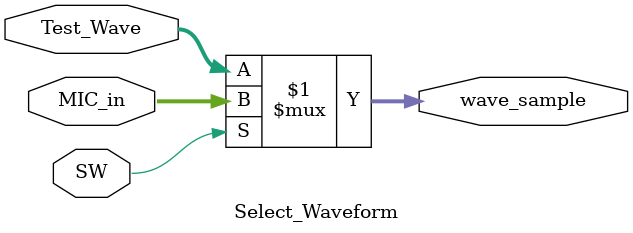
<source format=v>
`timescale 1ns / 1ps

module Select_Waveform(
    input SW,
    input [11:0] Test_Wave,
    input [11:0] MIC_in,
    output [11:0] wave_sample
    );
    
    assign wave_sample = SW ? MIC_in : Test_Wave;
endmodule
</source>
